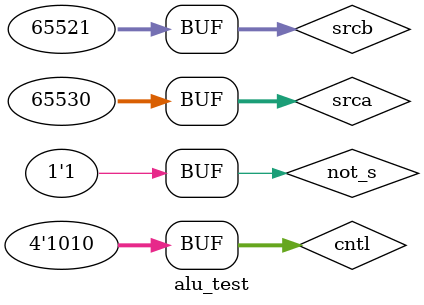
<source format=v>
`timescale 1ns / 1ps


module alu_test;

	// Inputs
	reg [31:0] srca;
	reg [31:0] srcb;
	reg [3:0] cntl;
	reg not_s;

	// Outputs
	wire [31:0] resalt;
	wire [1:0] cnd;

	// Instantiate the Unit Under Test (UUT)
	alu uut (
		.srca(srca), 
		.srcb(srcb), 
		.cntl(cntl), 
		.not_s(not_s), 
		.resalt(resalt), 
		.cnd(cnd)
	);
localparam ADD = 4'b0000;
localparam SLT = 4'b0001;
localparam SLTU = 4'b0010;
localparam AND  = 4'b0011;
localparam OR = 4'b0100;
localparam XOR = 4'b0101;
localparam SLL = 4'b0110;
localparam SRL = 4'b0111;
localparam SUB  = 4'b1000;
localparam SRA = 4'b1001;
localparam AM = 4'b1010;
	
	initial begin
		#10
		not_s = 1'b1;
		#2
		srca = 31'b1010;
		srcb = 31'b01;
		#3
		cntl = ADD;
		#3
		cntl = SLT;
		#3
		cntl = AND;
		#3
		cntl = OR;
		#3
		cntl = XOR;
		#3
		cntl = SLL;
		#3
		cntl = SRL;
		#3
		cntl = SUB;
		#3
		cntl = SRA;
		#3
		cntl = AM;

		#10

		#10
		not_s = 1'b1;
		#2
		srca = 31'hfffa;
		srcb = 31'hfff1;
		#3
		cntl = ADD;
		#3
		cntl = SLT;
		#3
		cntl = AND;
		#3
		cntl = OR;
		#3
		cntl = XOR;
		#3
		cntl = SLL;
		#3
		cntl = SRL;
		#3
		cntl = SUB;
		#3
		cntl = SRA;
		#3
		cntl = AM;
		
		
		
		
		
		
		
		
		
	end
      
endmodule



</source>
